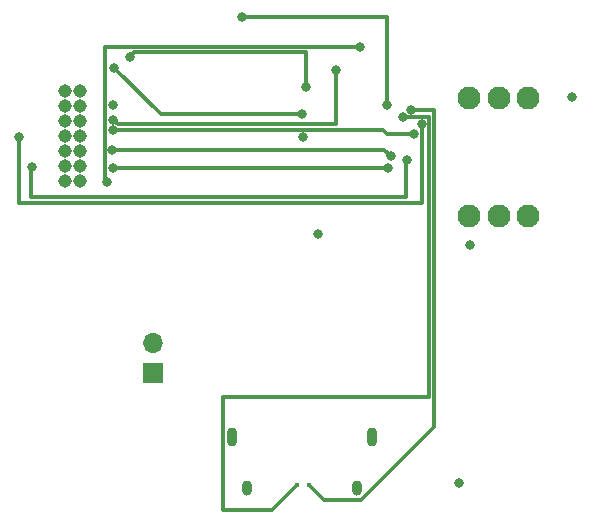
<source format=gbr>
%TF.GenerationSoftware,KiCad,Pcbnew,7.0.5*%
%TF.CreationDate,2023-08-06T14:28:47-05:00*%
%TF.ProjectId,mainv2,6d61696e-7632-42e6-9b69-6361645f7063,rev?*%
%TF.SameCoordinates,Original*%
%TF.FileFunction,Copper,L3,Inr*%
%TF.FilePolarity,Positive*%
%FSLAX46Y46*%
G04 Gerber Fmt 4.6, Leading zero omitted, Abs format (unit mm)*
G04 Created by KiCad (PCBNEW 7.0.5) date 2023-08-06 14:28:47*
%MOMM*%
%LPD*%
G01*
G04 APERTURE LIST*
%TA.AperFunction,ComponentPad*%
%ADD10C,1.950000*%
%TD*%
%TA.AperFunction,ComponentPad*%
%ADD11R,1.700000X1.700000*%
%TD*%
%TA.AperFunction,ComponentPad*%
%ADD12O,1.700000X1.700000*%
%TD*%
%TA.AperFunction,ComponentPad*%
%ADD13C,1.143000*%
%TD*%
%TA.AperFunction,ComponentPad*%
%ADD14O,0.900000X1.600000*%
%TD*%
%TA.AperFunction,ComponentPad*%
%ADD15O,0.900000X1.300000*%
%TD*%
%TA.AperFunction,ViaPad*%
%ADD16C,0.800000*%
%TD*%
%TA.AperFunction,ViaPad*%
%ADD17C,0.400000*%
%TD*%
%TA.AperFunction,Conductor*%
%ADD18C,0.300000*%
%TD*%
G04 APERTURE END LIST*
D10*
%TO.N,+3.3V*%
%TO.C,S1*%
X173530000Y-86480000D03*
%TO.N,Net-(S1-C_1)*%
X171030000Y-86480000D03*
%TO.N,GND*%
X168530000Y-86480000D03*
%TO.N,+3.3V*%
X168530000Y-96480000D03*
%TO.N,Net-(S1-C_2)*%
X171030000Y-96480000D03*
%TO.N,unconnected-(S1-N.O._2-Pad6)*%
X173530000Y-96480000D03*
%TD*%
D11*
%TO.N,GND*%
%TO.C,J2*%
X141720000Y-109800000D03*
D12*
%TO.N,Net-(J2-Pin_2)*%
X141720000Y-107260000D03*
%TD*%
D13*
%TO.N,/VDD_SPI*%
%TO.C,J4*%
X135580000Y-93570000D03*
%TO.N,GND*%
X134310000Y-93570000D03*
%TO.N,/FSPIQ*%
X135580000Y-92300000D03*
%TO.N,/FSPID*%
X134310000Y-92300000D03*
%TO.N,/FSPICLK*%
X135580000Y-91030000D03*
%TO.N,/FSPICS0*%
X134310000Y-91030000D03*
%TO.N,/D{slash}C*%
X135580000Y-89760000D03*
%TO.N,/LCD_RST*%
X134310000Y-89760000D03*
%TO.N,/LCD_BL*%
X135580000Y-88490000D03*
%TO.N,/I2CEXT0_SCL_in*%
X134310000Y-88490000D03*
%TO.N,/I2CEXT0_SDA_in*%
X135580000Y-87220000D03*
%TO.N,/TP_INT*%
X134310000Y-87220000D03*
%TO.N,/TP_RST*%
X135580000Y-85950000D03*
%TO.N,unconnected-(J4-Pad14)*%
X134310000Y-85950000D03*
%TD*%
D14*
%TO.N,GND*%
%TO.C,J1*%
X160300000Y-115240000D03*
X148460000Y-115240000D03*
D15*
X159030000Y-119560000D03*
X149730000Y-119560000D03*
%TD*%
D16*
%TO.N,+3.3V*%
X155680000Y-98000000D03*
X154485000Y-89815000D03*
X168570000Y-98920000D03*
X177250000Y-86450000D03*
%TO.N,/SPICS0*%
X149310000Y-79620000D03*
X161570000Y-87140000D03*
%TO.N,/D1+*%
X163590000Y-87510000D03*
D17*
X154930000Y-119260000D03*
D16*
%TO.N,/D1-*%
X162920000Y-88110000D03*
D17*
X153930000Y-119260000D03*
D16*
%TO.N,/TP_INT*%
X154350000Y-87850000D03*
X138480000Y-83940000D03*
%TO.N,/TP_RST*%
X138380000Y-87080000D03*
%TO.N,/FSPIQ*%
X161620000Y-92400000D03*
X138340000Y-92400000D03*
%TO.N,/FSPICLK*%
X161870000Y-91460000D03*
X138290000Y-90930000D03*
%TO.N,/FSPID*%
X131480000Y-92360000D03*
X163220000Y-91780000D03*
%TO.N,/D{slash}C*%
X138350000Y-89250000D03*
X163840000Y-89530000D03*
%TO.N,/LCD_RST*%
X130390000Y-89830000D03*
X164520000Y-88710000D03*
%TO.N,/LCD_BL*%
X138390000Y-88390000D03*
X157260000Y-84120000D03*
%TO.N,/FSPICS0*%
X154670000Y-85600000D03*
X139790000Y-83010000D03*
%TO.N,VBUS*%
X167630000Y-119120000D03*
%TO.N,/VDD_SPI*%
X159290000Y-82220000D03*
X137850000Y-93580000D03*
%TD*%
D18*
%TO.N,/SPICS0*%
X161570000Y-87140000D02*
X161570000Y-79620000D01*
X161570000Y-79620000D02*
X149310000Y-79620000D01*
%TO.N,/D1+*%
X163590000Y-87510000D02*
X165510000Y-87510000D01*
X165540000Y-87540000D02*
X165540000Y-114375305D01*
X165540000Y-114375305D02*
X159330305Y-120585000D01*
X156255000Y-120585000D02*
X154930000Y-119260000D01*
X159330305Y-120585000D02*
X156255000Y-120585000D01*
X165510000Y-87510000D02*
X165540000Y-87540000D01*
%TO.N,/D1-*%
X165120000Y-111860000D02*
X147720000Y-111860000D01*
X147720000Y-111860000D02*
X147720000Y-121370000D01*
X165120000Y-88110000D02*
X165120000Y-111860000D01*
X147720000Y-121370000D02*
X151820000Y-121370000D01*
X162920000Y-88110000D02*
X165120000Y-88110000D01*
X151820000Y-121370000D02*
X153930000Y-119260000D01*
%TO.N,/TP_INT*%
X154350000Y-87850000D02*
X142390000Y-87850000D01*
X142390000Y-87850000D02*
X138480000Y-83940000D01*
%TO.N,/FSPIQ*%
X161620000Y-92400000D02*
X138340000Y-92400000D01*
%TO.N,/FSPICLK*%
X161870000Y-91460000D02*
X161340000Y-90930000D01*
X161340000Y-90930000D02*
X138290000Y-90930000D01*
%TO.N,/FSPID*%
X163220000Y-91780000D02*
X163200000Y-91800000D01*
X131460000Y-94900000D02*
X131460000Y-92380000D01*
X163200000Y-91800000D02*
X163200000Y-94900000D01*
X163200000Y-94900000D02*
X131460000Y-94900000D01*
X131460000Y-92380000D02*
X131480000Y-92360000D01*
%TO.N,/D{slash}C*%
X163840000Y-89530000D02*
X163820000Y-89550000D01*
X161205000Y-89215000D02*
X138385000Y-89215000D01*
X163800000Y-89570000D02*
X161560000Y-89570000D01*
X163820000Y-89550000D02*
X163800000Y-89570000D01*
X161560000Y-89570000D02*
X161205000Y-89215000D01*
X138385000Y-89215000D02*
X138350000Y-89250000D01*
%TO.N,/LCD_RST*%
X130390000Y-89830000D02*
X130410000Y-89850000D01*
X130410000Y-89850000D02*
X130410000Y-95390000D01*
X130410000Y-95390000D02*
X164520000Y-95390000D01*
X164520000Y-95390000D02*
X164520000Y-88710000D01*
%TO.N,/LCD_BL*%
X157240000Y-88750000D02*
X138750000Y-88750000D01*
X157260000Y-84120000D02*
X157260000Y-84288529D01*
X157240000Y-84308529D02*
X157240000Y-88750000D01*
X157260000Y-84288529D02*
X157240000Y-84308529D01*
X138750000Y-88750000D02*
X138390000Y-88390000D01*
%TO.N,/FSPICS0*%
X154670000Y-82620000D02*
X140180000Y-82620000D01*
X154670000Y-85600000D02*
X154670000Y-82620000D01*
X140180000Y-82620000D02*
X139790000Y-83010000D01*
%TO.N,/VDD_SPI*%
X137690000Y-82220000D02*
X137690000Y-93420000D01*
X137690000Y-93420000D02*
X137850000Y-93580000D01*
X159290000Y-82220000D02*
X137690000Y-82220000D01*
%TD*%
M02*

</source>
